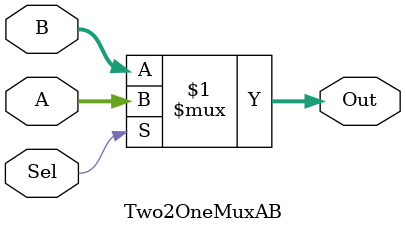
<source format=sv>
module Two2OneMuxAB (
    input  Sel,
    input [23:0] A, B,
    output [23:0] Out
);

    assign Out = Sel ? A : B;

endmodule
</source>
